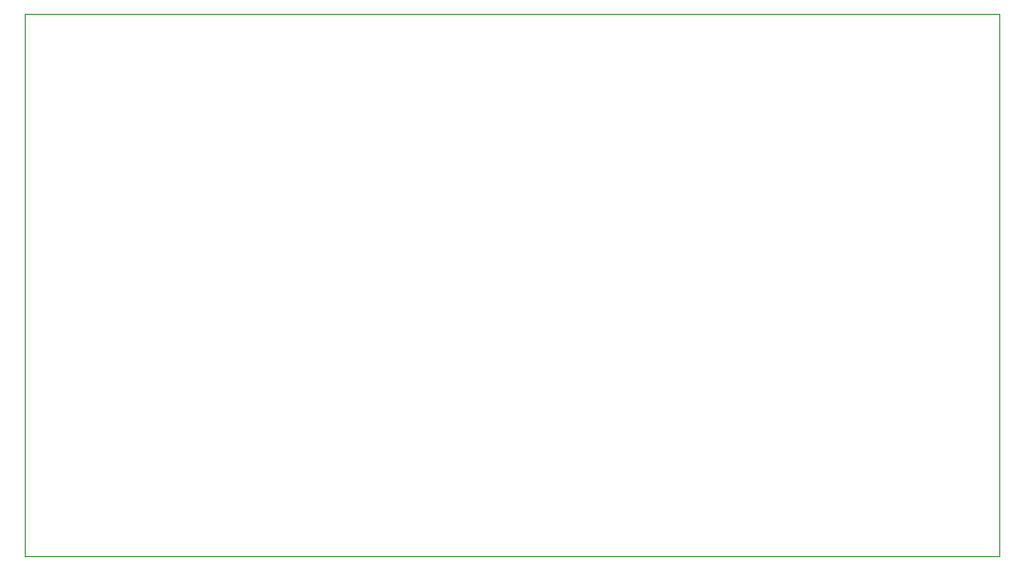
<source format=gbr>
%TF.GenerationSoftware,KiCad,Pcbnew,9.0.3-9.0.3-0~ubuntu24.04.1*%
%TF.CreationDate,2025-12-18T18:23:41+05:30*%
%TF.ProjectId,Class_D_Amp_Discrete,436c6173-735f-4445-9f41-6d705f446973,rev?*%
%TF.SameCoordinates,Original*%
%TF.FileFunction,Profile,NP*%
%FSLAX46Y46*%
G04 Gerber Fmt 4.6, Leading zero omitted, Abs format (unit mm)*
G04 Created by KiCad (PCBNEW 9.0.3-9.0.3-0~ubuntu24.04.1) date 2025-12-18 18:23:41*
%MOMM*%
%LPD*%
G01*
G04 APERTURE LIST*
%TA.AperFunction,Profile*%
%ADD10C,0.050000*%
%TD*%
G04 APERTURE END LIST*
D10*
X126500000Y-63500000D02*
X210000000Y-63500000D01*
X210000000Y-110000000D01*
X126500000Y-110000000D01*
X126500000Y-63500000D01*
M02*

</source>
